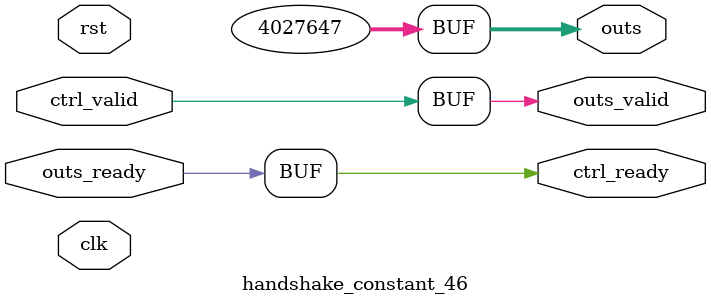
<source format=v>
`timescale 1ns / 1ps
module handshake_constant_46 #(
  parameter DATA_WIDTH = 32  // Default set to 32 bits
) (
  input                       clk,
  input                       rst,
  // Input Channel
  input                       ctrl_valid,
  output                      ctrl_ready,
  // Output Channel
  output [DATA_WIDTH - 1 : 0] outs,
  output                      outs_valid,
  input                       outs_ready
);
  assign outs       = 22'b1111010111010011111111;
  assign outs_valid = ctrl_valid;
  assign ctrl_ready = outs_ready;

endmodule

</source>
